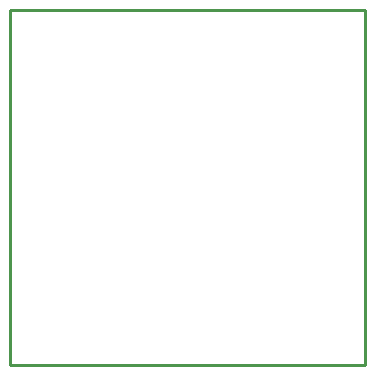
<source format=gbr>
G04 EAGLE Gerber RS-274X export*
G75*
%MOMM*%
%FSLAX34Y34*%
%LPD*%
%IN*%
%IPPOS*%
%AMOC8*
5,1,8,0,0,1.08239X$1,22.5*%
G01*
G04 Define Apertures*
%ADD10C,0.254000*%
D10*
X0Y0D02*
X300000Y0D01*
X300000Y300000D01*
X0Y300000D01*
X0Y0D01*
M02*

</source>
